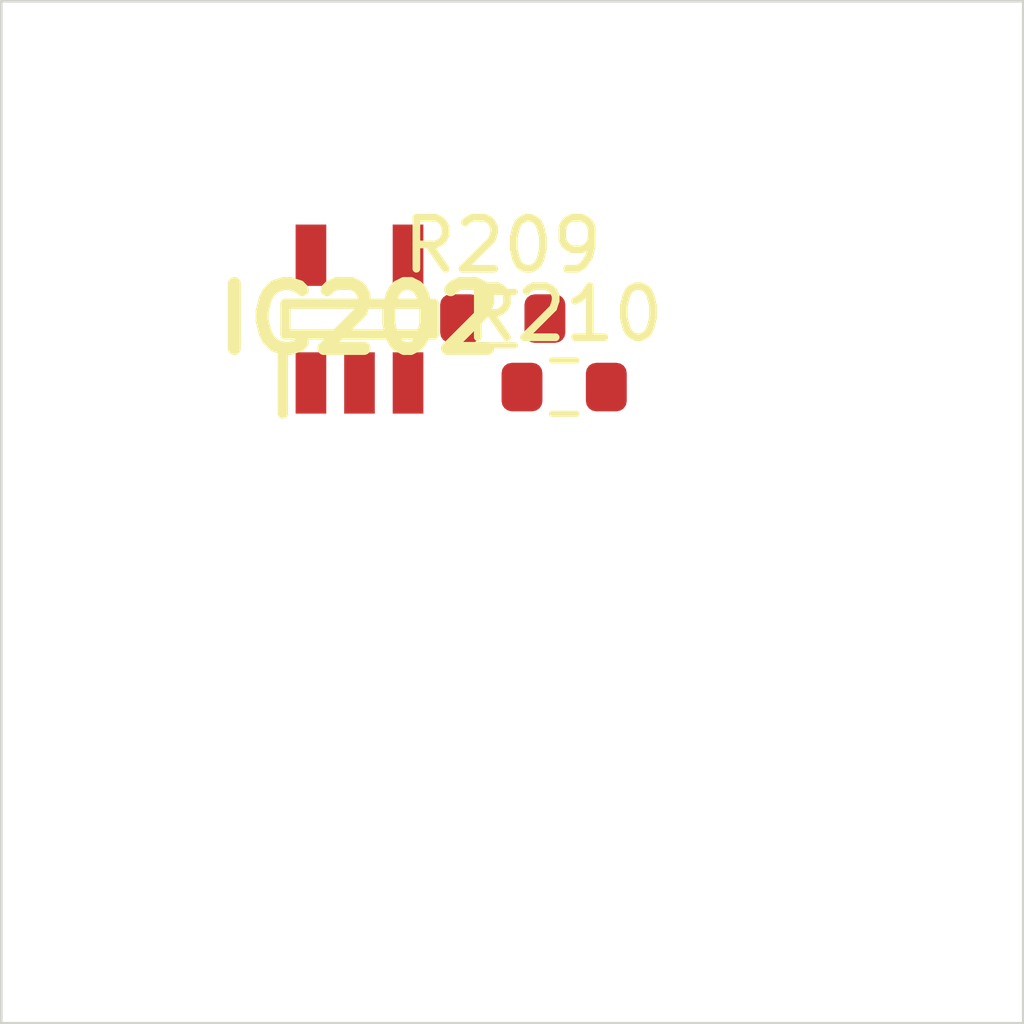
<source format=kicad_pcb>
 ( kicad_pcb  ( version 20171130 )
 ( host pcbnew 5.1.12-84ad8e8a86~92~ubuntu18.04.1 )
 ( general  ( thickness 1.6 )
 ( drawings 4 )
 ( tracks 0 )
 ( zones 0 )
 ( modules 3 )
 ( nets 5 )
)
 ( page A4 )
 ( layers  ( 0 F.Cu signal )
 ( 31 B.Cu signal )
 ( 32 B.Adhes user )
 ( 33 F.Adhes user )
 ( 34 B.Paste user )
 ( 35 F.Paste user )
 ( 36 B.SilkS user )
 ( 37 F.SilkS user )
 ( 38 B.Mask user )
 ( 39 F.Mask user )
 ( 40 Dwgs.User user )
 ( 41 Cmts.User user )
 ( 42 Eco1.User user )
 ( 43 Eco2.User user )
 ( 44 Edge.Cuts user )
 ( 45 Margin user )
 ( 46 B.CrtYd user )
 ( 47 F.CrtYd user )
 ( 48 B.Fab user )
 ( 49 F.Fab user )
)
 ( setup  ( last_trace_width 0.25 )
 ( trace_clearance 0.2 )
 ( zone_clearance 0.508 )
 ( zone_45_only no )
 ( trace_min 0.2 )
 ( via_size 0.8 )
 ( via_drill 0.4 )
 ( via_min_size 0.4 )
 ( via_min_drill 0.3 )
 ( uvia_size 0.3 )
 ( uvia_drill 0.1 )
 ( uvias_allowed no )
 ( uvia_min_size 0.2 )
 ( uvia_min_drill 0.1 )
 ( edge_width 0.05 )
 ( segment_width 0.2 )
 ( pcb_text_width 0.3 )
 ( pcb_text_size 1.5 1.5 )
 ( mod_edge_width 0.12 )
 ( mod_text_size 1 1 )
 ( mod_text_width 0.15 )
 ( pad_size 1.524 1.524 )
 ( pad_drill 0.762 )
 ( pad_to_mask_clearance 0 )
 ( aux_axis_origin 0 0 )
 ( visible_elements FFFFFF7F )
 ( pcbplotparams  ( layerselection 0x010fc_ffffffff )
 ( usegerberextensions false )
 ( usegerberattributes true )
 ( usegerberadvancedattributes true )
 ( creategerberjobfile true )
 ( excludeedgelayer true )
 ( linewidth 0.100000 )
 ( plotframeref false )
 ( viasonmask false )
 ( mode 1 )
 ( useauxorigin false )
 ( hpglpennumber 1 )
 ( hpglpenspeed 20 )
 ( hpglpendiameter 15.000000 )
 ( psnegative false )
 ( psa4output false )
 ( plotreference true )
 ( plotvalue true )
 ( plotinvisibletext false )
 ( padsonsilk false )
 ( subtractmaskfromsilk false )
 ( outputformat 1 )
 ( mirror false )
 ( drillshape 1 )
 ( scaleselection 1 )
 ( outputdirectory "" )
)
)
 ( net 0 "" )
 ( net 1 GND )
 ( net 2 VDDA )
 ( net 3 /Sheet6235D886/vp )
 ( net 4 "Net-(IC202-Pad3)" )
 ( net_class Default "This is the default net class."  ( clearance 0.2 )
 ( trace_width 0.25 )
 ( via_dia 0.8 )
 ( via_drill 0.4 )
 ( uvia_dia 0.3 )
 ( uvia_drill 0.1 )
 ( add_net /Sheet6235D886/vp )
 ( add_net GND )
 ( add_net "Net-(IC202-Pad3)" )
 ( add_net VDDA )
)
 ( module SOT95P280X145-5N locked  ( layer F.Cu )
 ( tedit 62336ED7 )
 ( tstamp 623423ED )
 ( at 87.010600 106.220000 90.000000 )
 ( descr DBV0005A )
 ( tags "Integrated Circuit" )
 ( path /6235D887/6266C08E )
 ( attr smd )
 ( fp_text reference IC202  ( at 0 0 )
 ( layer F.SilkS )
 ( effects  ( font  ( size 1.27 1.27 )
 ( thickness 0.254 )
)
)
)
 ( fp_text value TL071HIDBVR  ( at 0 0 )
 ( layer F.SilkS )
hide  ( effects  ( font  ( size 1.27 1.27 )
 ( thickness 0.254 )
)
)
)
 ( fp_line  ( start -1.85 -1.5 )
 ( end -0.65 -1.5 )
 ( layer F.SilkS )
 ( width 0.2 )
)
 ( fp_line  ( start -0.3 1.45 )
 ( end -0.3 -1.45 )
 ( layer F.SilkS )
 ( width 0.2 )
)
 ( fp_line  ( start 0.3 1.45 )
 ( end -0.3 1.45 )
 ( layer F.SilkS )
 ( width 0.2 )
)
 ( fp_line  ( start 0.3 -1.45 )
 ( end 0.3 1.45 )
 ( layer F.SilkS )
 ( width 0.2 )
)
 ( fp_line  ( start -0.3 -1.45 )
 ( end 0.3 -1.45 )
 ( layer F.SilkS )
 ( width 0.2 )
)
 ( fp_line  ( start -0.8 -0.5 )
 ( end 0.15 -1.45 )
 ( layer Dwgs.User )
 ( width 0.1 )
)
 ( fp_line  ( start -0.8 1.45 )
 ( end -0.8 -1.45 )
 ( layer Dwgs.User )
 ( width 0.1 )
)
 ( fp_line  ( start 0.8 1.45 )
 ( end -0.8 1.45 )
 ( layer Dwgs.User )
 ( width 0.1 )
)
 ( fp_line  ( start 0.8 -1.45 )
 ( end 0.8 1.45 )
 ( layer Dwgs.User )
 ( width 0.1 )
)
 ( fp_line  ( start -0.8 -1.45 )
 ( end 0.8 -1.45 )
 ( layer Dwgs.User )
 ( width 0.1 )
)
 ( fp_line  ( start -2.1 1.775 )
 ( end -2.1 -1.775 )
 ( layer Dwgs.User )
 ( width 0.05 )
)
 ( fp_line  ( start 2.1 1.775 )
 ( end -2.1 1.775 )
 ( layer Dwgs.User )
 ( width 0.05 )
)
 ( fp_line  ( start 2.1 -1.775 )
 ( end 2.1 1.775 )
 ( layer Dwgs.User )
 ( width 0.05 )
)
 ( fp_line  ( start -2.1 -1.775 )
 ( end 2.1 -1.775 )
 ( layer Dwgs.User )
 ( width 0.05 )
)
 ( pad 1 smd rect  ( at -1.25 -0.95 180.000000 )
 ( size 0.6 1.2 )
 ( layers F.Cu F.Mask F.Paste )
 ( net 3 /Sheet6235D886/vp )
)
 ( pad 2 smd rect  ( at -1.25 0 180.000000 )
 ( size 0.6 1.2 )
 ( layers F.Cu F.Mask F.Paste )
 ( net 1 GND )
)
 ( pad 3 smd rect  ( at -1.25 0.95 180.000000 )
 ( size 0.6 1.2 )
 ( layers F.Cu F.Mask F.Paste )
 ( net 4 "Net-(IC202-Pad3)" )
)
 ( pad 4 smd rect  ( at 1.25 0.95 180.000000 )
 ( size 0.6 1.2 )
 ( layers F.Cu F.Mask F.Paste )
 ( net 3 /Sheet6235D886/vp )
)
 ( pad 5 smd rect  ( at 1.25 -0.95 180.000000 )
 ( size 0.6 1.2 )
 ( layers F.Cu F.Mask F.Paste )
 ( net 2 VDDA )
)
)
 ( module Resistor_SMD:R_0603_1608Metric  ( layer F.Cu )
 ( tedit 5F68FEEE )
 ( tstamp 62342595 )
 ( at 89.814100 106.210000 )
 ( descr "Resistor SMD 0603 (1608 Metric), square (rectangular) end terminal, IPC_7351 nominal, (Body size source: IPC-SM-782 page 72, https://www.pcb-3d.com/wordpress/wp-content/uploads/ipc-sm-782a_amendment_1_and_2.pdf), generated with kicad-footprint-generator" )
 ( tags resistor )
 ( path /6235D887/623CDBD9 )
 ( attr smd )
 ( fp_text reference R209  ( at 0 -1.43 )
 ( layer F.SilkS )
 ( effects  ( font  ( size 1 1 )
 ( thickness 0.15 )
)
)
)
 ( fp_text value 100k  ( at 0 1.43 )
 ( layer F.Fab )
 ( effects  ( font  ( size 1 1 )
 ( thickness 0.15 )
)
)
)
 ( fp_line  ( start -0.8 0.4125 )
 ( end -0.8 -0.4125 )
 ( layer F.Fab )
 ( width 0.1 )
)
 ( fp_line  ( start -0.8 -0.4125 )
 ( end 0.8 -0.4125 )
 ( layer F.Fab )
 ( width 0.1 )
)
 ( fp_line  ( start 0.8 -0.4125 )
 ( end 0.8 0.4125 )
 ( layer F.Fab )
 ( width 0.1 )
)
 ( fp_line  ( start 0.8 0.4125 )
 ( end -0.8 0.4125 )
 ( layer F.Fab )
 ( width 0.1 )
)
 ( fp_line  ( start -0.237258 -0.5225 )
 ( end 0.237258 -0.5225 )
 ( layer F.SilkS )
 ( width 0.12 )
)
 ( fp_line  ( start -0.237258 0.5225 )
 ( end 0.237258 0.5225 )
 ( layer F.SilkS )
 ( width 0.12 )
)
 ( fp_line  ( start -1.48 0.73 )
 ( end -1.48 -0.73 )
 ( layer F.CrtYd )
 ( width 0.05 )
)
 ( fp_line  ( start -1.48 -0.73 )
 ( end 1.48 -0.73 )
 ( layer F.CrtYd )
 ( width 0.05 )
)
 ( fp_line  ( start 1.48 -0.73 )
 ( end 1.48 0.73 )
 ( layer F.CrtYd )
 ( width 0.05 )
)
 ( fp_line  ( start 1.48 0.73 )
 ( end -1.48 0.73 )
 ( layer F.CrtYd )
 ( width 0.05 )
)
 ( fp_text user %R  ( at 0 0 )
 ( layer F.Fab )
 ( effects  ( font  ( size 0.4 0.4 )
 ( thickness 0.06 )
)
)
)
 ( pad 1 smd roundrect  ( at -0.825 0 )
 ( size 0.8 0.95 )
 ( layers F.Cu F.Mask F.Paste )
 ( roundrect_rratio 0.25 )
 ( net 2 VDDA )
)
 ( pad 2 smd roundrect  ( at 0.825 0 )
 ( size 0.8 0.95 )
 ( layers F.Cu F.Mask F.Paste )
 ( roundrect_rratio 0.25 )
 ( net 4 "Net-(IC202-Pad3)" )
)
 ( model ${KISYS3DMOD}/Resistor_SMD.3dshapes/R_0603_1608Metric.wrl  ( at  ( xyz 0 0 0 )
)
 ( scale  ( xyz 1 1 1 )
)
 ( rotate  ( xyz 0 0 0 )
)
)
)
 ( module Resistor_SMD:R_0603_1608Metric  ( layer F.Cu )
 ( tedit 5F68FEEE )
 ( tstamp 623425A6 )
 ( at 91.016200 107.550000 )
 ( descr "Resistor SMD 0603 (1608 Metric), square (rectangular) end terminal, IPC_7351 nominal, (Body size source: IPC-SM-782 page 72, https://www.pcb-3d.com/wordpress/wp-content/uploads/ipc-sm-782a_amendment_1_and_2.pdf), generated with kicad-footprint-generator" )
 ( tags resistor )
 ( path /6235D887/623CDBDF )
 ( attr smd )
 ( fp_text reference R210  ( at 0 -1.43 )
 ( layer F.SilkS )
 ( effects  ( font  ( size 1 1 )
 ( thickness 0.15 )
)
)
)
 ( fp_text value 100k  ( at 0 1.43 )
 ( layer F.Fab )
 ( effects  ( font  ( size 1 1 )
 ( thickness 0.15 )
)
)
)
 ( fp_line  ( start 1.48 0.73 )
 ( end -1.48 0.73 )
 ( layer F.CrtYd )
 ( width 0.05 )
)
 ( fp_line  ( start 1.48 -0.73 )
 ( end 1.48 0.73 )
 ( layer F.CrtYd )
 ( width 0.05 )
)
 ( fp_line  ( start -1.48 -0.73 )
 ( end 1.48 -0.73 )
 ( layer F.CrtYd )
 ( width 0.05 )
)
 ( fp_line  ( start -1.48 0.73 )
 ( end -1.48 -0.73 )
 ( layer F.CrtYd )
 ( width 0.05 )
)
 ( fp_line  ( start -0.237258 0.5225 )
 ( end 0.237258 0.5225 )
 ( layer F.SilkS )
 ( width 0.12 )
)
 ( fp_line  ( start -0.237258 -0.5225 )
 ( end 0.237258 -0.5225 )
 ( layer F.SilkS )
 ( width 0.12 )
)
 ( fp_line  ( start 0.8 0.4125 )
 ( end -0.8 0.4125 )
 ( layer F.Fab )
 ( width 0.1 )
)
 ( fp_line  ( start 0.8 -0.4125 )
 ( end 0.8 0.4125 )
 ( layer F.Fab )
 ( width 0.1 )
)
 ( fp_line  ( start -0.8 -0.4125 )
 ( end 0.8 -0.4125 )
 ( layer F.Fab )
 ( width 0.1 )
)
 ( fp_line  ( start -0.8 0.4125 )
 ( end -0.8 -0.4125 )
 ( layer F.Fab )
 ( width 0.1 )
)
 ( fp_text user %R  ( at 0 0 )
 ( layer F.Fab )
 ( effects  ( font  ( size 0.4 0.4 )
 ( thickness 0.06 )
)
)
)
 ( pad 2 smd roundrect  ( at 0.825 0 )
 ( size 0.8 0.95 )
 ( layers F.Cu F.Mask F.Paste )
 ( roundrect_rratio 0.25 )
 ( net 1 GND )
)
 ( pad 1 smd roundrect  ( at -0.825 0 )
 ( size 0.8 0.95 )
 ( layers F.Cu F.Mask F.Paste )
 ( roundrect_rratio 0.25 )
 ( net 4 "Net-(IC202-Pad3)" )
)
 ( model ${KISYS3DMOD}/Resistor_SMD.3dshapes/R_0603_1608Metric.wrl  ( at  ( xyz 0 0 0 )
)
 ( scale  ( xyz 1 1 1 )
)
 ( rotate  ( xyz 0 0 0 )
)
)
)
 ( gr_line  ( start 100 100 )
 ( end 100 120 )
 ( layer Edge.Cuts )
 ( width 0.05 )
 ( tstamp 62E770C4 )
)
 ( gr_line  ( start 80 120 )
 ( end 100 120 )
 ( layer Edge.Cuts )
 ( width 0.05 )
 ( tstamp 62E770C0 )
)
 ( gr_line  ( start 80 100 )
 ( end 100 100 )
 ( layer Edge.Cuts )
 ( width 0.05 )
 ( tstamp 6234110C )
)
 ( gr_line  ( start 80 100 )
 ( end 80 120 )
 ( layer Edge.Cuts )
 ( width 0.05 )
)
)

</source>
